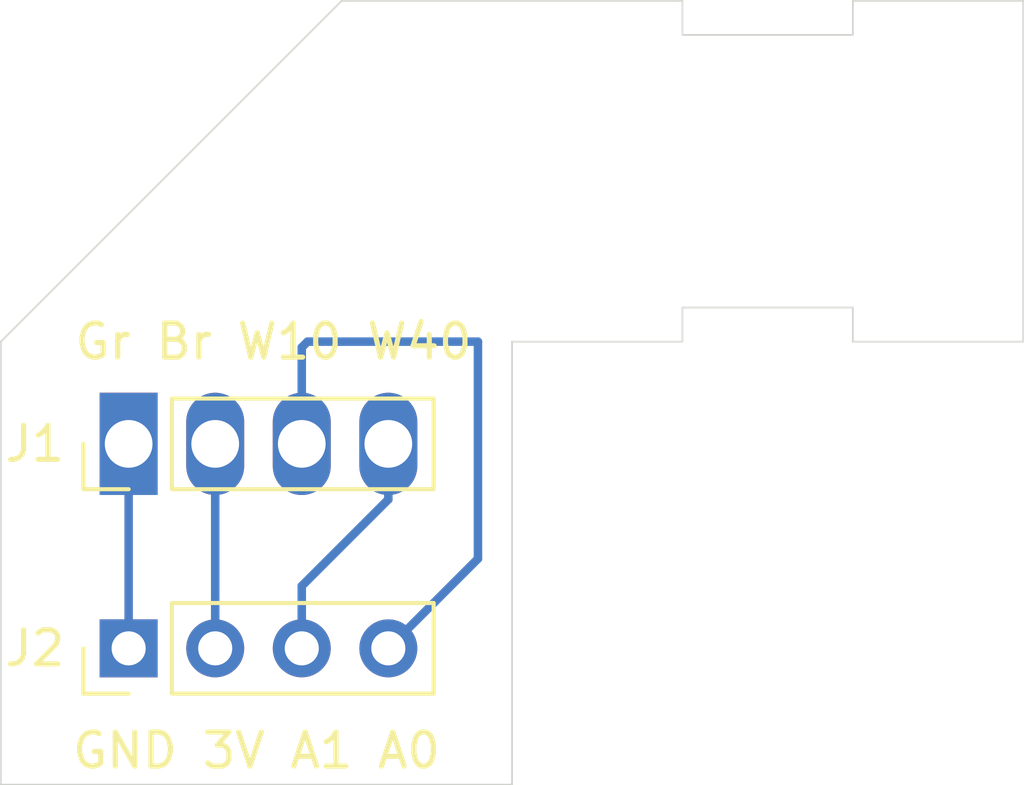
<source format=kicad_pcb>
(kicad_pcb (version 20171130) (host pcbnew 5.1.12-84ad8e8a86~92~ubuntu18.04.1)

  (general
    (thickness 1.6)
    (drawings 17)
    (tracks 10)
    (zones 0)
    (modules 2)
    (nets 5)
  )

  (page A4)
  (layers
    (0 F.Cu signal)
    (31 B.Cu signal)
    (32 B.Adhes user)
    (33 F.Adhes user)
    (34 B.Paste user)
    (35 F.Paste user)
    (36 B.SilkS user)
    (37 F.SilkS user)
    (38 B.Mask user)
    (39 F.Mask user)
    (40 Dwgs.User user)
    (41 Cmts.User user)
    (42 Eco1.User user)
    (43 Eco2.User user)
    (44 Edge.Cuts user)
    (45 Margin user)
    (46 B.CrtYd user)
    (47 F.CrtYd user)
    (48 B.Fab user)
    (49 F.Fab user)
  )

  (setup
    (last_trace_width 0.25)
    (trace_clearance 0.2)
    (zone_clearance 0.508)
    (zone_45_only no)
    (trace_min 0.2)
    (via_size 0.8)
    (via_drill 0.4)
    (via_min_size 0.4)
    (via_min_drill 0.3)
    (uvia_size 0.3)
    (uvia_drill 0.1)
    (uvias_allowed no)
    (uvia_min_size 0.2)
    (uvia_min_drill 0.1)
    (edge_width 0.05)
    (segment_width 0.2)
    (pcb_text_width 0.3)
    (pcb_text_size 1.5 1.5)
    (mod_edge_width 0.12)
    (mod_text_size 1 1)
    (mod_text_width 0.15)
    (pad_size 3 1.7)
    (pad_drill 1.4)
    (pad_to_mask_clearance 0)
    (aux_axis_origin 0 0)
    (visible_elements FFFFFF7F)
    (pcbplotparams
      (layerselection 0x010fc_ffffffff)
      (usegerberextensions false)
      (usegerberattributes true)
      (usegerberadvancedattributes true)
      (creategerberjobfile true)
      (excludeedgelayer true)
      (linewidth 0.100000)
      (plotframeref false)
      (viasonmask false)
      (mode 1)
      (useauxorigin false)
      (hpglpennumber 1)
      (hpglpenspeed 20)
      (hpglpendiameter 15.000000)
      (psnegative false)
      (psa4output false)
      (plotreference true)
      (plotvalue true)
      (plotinvisibletext false)
      (padsonsilk false)
      (subtractmaskfromsilk false)
      (outputformat 1)
      (mirror false)
      (drillshape 1)
      (scaleselection 1)
      (outputdirectory ""))
  )

  (net 0 "")
  (net 1 "Net-(J1-Pad4)")
  (net 2 "Net-(J1-Pad3)")
  (net 3 "Net-(J1-Pad2)")
  (net 4 "Net-(J1-Pad1)")

  (net_class Default "This is the default net class."
    (clearance 0.2)
    (trace_width 0.25)
    (via_dia 0.8)
    (via_drill 0.4)
    (uvia_dia 0.3)
    (uvia_drill 0.1)
    (add_net "Net-(J1-Pad1)")
    (add_net "Net-(J1-Pad2)")
    (add_net "Net-(J1-Pad3)")
    (add_net "Net-(J1-Pad4)")
  )

  (module Connector_PinHeader_2.54mm:PinHeader_1x04_P2.54mm_Vertical (layer F.Cu) (tedit 627A6FEE) (tstamp 62225CFB)
    (at 103.75 105 90)
    (descr "Through hole straight pin header, 1x04, 2.54mm pitch, single row")
    (tags "Through hole pin header THT 1x04 2.54mm single row")
    (path /62220E8D)
    (fp_text reference J1 (at 0 -2.75 180) (layer F.SilkS)
      (effects (font (size 1 1) (thickness 0.15)))
    )
    (fp_text value Conn_01x04 (at 0 17.25 180) (layer F.Fab)
      (effects (font (size 1 1) (thickness 0.15)))
    )
    (fp_line (start 1.8 -1.8) (end -1.8 -1.8) (layer F.CrtYd) (width 0.05))
    (fp_line (start 1.8 9.4) (end 1.8 -1.8) (layer F.CrtYd) (width 0.05))
    (fp_line (start -1.8 9.4) (end 1.8 9.4) (layer F.CrtYd) (width 0.05))
    (fp_line (start -1.8 -1.8) (end -1.8 9.4) (layer F.CrtYd) (width 0.05))
    (fp_line (start -1.33 -1.33) (end 0 -1.33) (layer F.SilkS) (width 0.12))
    (fp_line (start -1.33 0) (end -1.33 -1.33) (layer F.SilkS) (width 0.12))
    (fp_line (start -1.33 1.27) (end 1.33 1.27) (layer F.SilkS) (width 0.12))
    (fp_line (start 1.33 1.27) (end 1.33 8.95) (layer F.SilkS) (width 0.12))
    (fp_line (start -1.33 1.27) (end -1.33 8.95) (layer F.SilkS) (width 0.12))
    (fp_line (start -1.33 8.95) (end 1.33 8.95) (layer F.SilkS) (width 0.12))
    (fp_line (start -1.27 -0.635) (end -0.635 -1.27) (layer F.Fab) (width 0.1))
    (fp_line (start -1.27 8.89) (end -1.27 -0.635) (layer F.Fab) (width 0.1))
    (fp_line (start 1.27 8.89) (end -1.27 8.89) (layer F.Fab) (width 0.1))
    (fp_line (start 1.27 -1.27) (end 1.27 8.89) (layer F.Fab) (width 0.1))
    (fp_line (start -0.635 -1.27) (end 1.27 -1.27) (layer F.Fab) (width 0.1))
    (fp_text user %R (at 0 3.81) (layer F.Fab)
      (effects (font (size 1 1) (thickness 0.15)))
    )
    (pad 4 thru_hole oval (at 0 7.62 90) (size 3 1.7) (drill 1.4) (layers *.Cu *.Mask)
      (net 1 "Net-(J1-Pad4)"))
    (pad 3 thru_hole oval (at 0 5.08 90) (size 3 1.7) (drill 1.4) (layers *.Cu *.Mask)
      (net 2 "Net-(J1-Pad3)"))
    (pad 2 thru_hole oval (at 0 2.54 90) (size 3 1.7) (drill 1.4) (layers *.Cu *.Mask)
      (net 3 "Net-(J1-Pad2)"))
    (pad 1 thru_hole rect (at 0 0 90) (size 3 1.7) (drill 1.4) (layers *.Cu *.Mask)
      (net 4 "Net-(J1-Pad1)"))
    (model ${KISYS3DMOD}/Connector_PinHeader_2.54mm.3dshapes/PinHeader_1x04_P2.54mm_Vertical.wrl
      (at (xyz 0 0 0))
      (scale (xyz 1 1 1))
      (rotate (xyz 0 0 0))
    )
  )

  (module Connector_PinHeader_2.54mm:PinHeader_1x04_P2.54mm_Vertical (layer F.Cu) (tedit 59FED5CC) (tstamp 62225D13)
    (at 103.75 111 90)
    (descr "Through hole straight pin header, 1x04, 2.54mm pitch, single row")
    (tags "Through hole pin header THT 1x04 2.54mm single row")
    (path /6222138E)
    (fp_text reference J2 (at 0 -2.75 180) (layer F.SilkS)
      (effects (font (size 1 1) (thickness 0.15)))
    )
    (fp_text value Conn_01x04 (at 0 17.25 180) (layer F.Fab)
      (effects (font (size 1 1) (thickness 0.15)))
    )
    (fp_line (start 1.8 -1.8) (end -1.8 -1.8) (layer F.CrtYd) (width 0.05))
    (fp_line (start 1.8 9.4) (end 1.8 -1.8) (layer F.CrtYd) (width 0.05))
    (fp_line (start -1.8 9.4) (end 1.8 9.4) (layer F.CrtYd) (width 0.05))
    (fp_line (start -1.8 -1.8) (end -1.8 9.4) (layer F.CrtYd) (width 0.05))
    (fp_line (start -1.33 -1.33) (end 0 -1.33) (layer F.SilkS) (width 0.12))
    (fp_line (start -1.33 0) (end -1.33 -1.33) (layer F.SilkS) (width 0.12))
    (fp_line (start -1.33 1.27) (end 1.33 1.27) (layer F.SilkS) (width 0.12))
    (fp_line (start 1.33 1.27) (end 1.33 8.95) (layer F.SilkS) (width 0.12))
    (fp_line (start -1.33 1.27) (end -1.33 8.95) (layer F.SilkS) (width 0.12))
    (fp_line (start -1.33 8.95) (end 1.33 8.95) (layer F.SilkS) (width 0.12))
    (fp_line (start -1.27 -0.635) (end -0.635 -1.27) (layer F.Fab) (width 0.1))
    (fp_line (start -1.27 8.89) (end -1.27 -0.635) (layer F.Fab) (width 0.1))
    (fp_line (start 1.27 8.89) (end -1.27 8.89) (layer F.Fab) (width 0.1))
    (fp_line (start 1.27 -1.27) (end 1.27 8.89) (layer F.Fab) (width 0.1))
    (fp_line (start -0.635 -1.27) (end 1.27 -1.27) (layer F.Fab) (width 0.1))
    (fp_text user %R (at 0 3.81) (layer F.Fab)
      (effects (font (size 1 1) (thickness 0.15)))
    )
    (pad 4 thru_hole oval (at 0 7.62 90) (size 1.7 1.7) (drill 1) (layers *.Cu *.Mask)
      (net 2 "Net-(J1-Pad3)"))
    (pad 3 thru_hole oval (at 0 5.08 90) (size 1.7 1.7) (drill 1) (layers *.Cu *.Mask)
      (net 1 "Net-(J1-Pad4)"))
    (pad 2 thru_hole oval (at 0 2.54 90) (size 1.7 1.7) (drill 1) (layers *.Cu *.Mask)
      (net 3 "Net-(J1-Pad2)"))
    (pad 1 thru_hole rect (at 0 0 90) (size 1.7 1.7) (drill 1) (layers *.Cu *.Mask)
      (net 4 "Net-(J1-Pad1)"))
    (model ${KISYS3DMOD}/Connector_PinHeader_2.54mm.3dshapes/PinHeader_1x04_P2.54mm_Vertical.wrl
      (at (xyz 0 0 0))
      (scale (xyz 1 1 1))
      (rotate (xyz 0 0 0))
    )
  )

  (gr_line (start 125 92) (end 130 92) (layer Edge.Cuts) (width 0.05) (tstamp 622265F7))
  (gr_line (start 125 93) (end 125 92) (layer Edge.Cuts) (width 0.05))
  (gr_line (start 120 101) (end 120 102) (layer Edge.Cuts) (width 0.05) (tstamp 622265E7))
  (gr_line (start 125 101) (end 120 101) (layer Edge.Cuts) (width 0.05))
  (gr_line (start 125 102) (end 125 101) (layer Edge.Cuts) (width 0.05))
  (gr_line (start 130 102) (end 125 102) (layer Edge.Cuts) (width 0.05))
  (gr_line (start 130 92) (end 130 102) (layer Edge.Cuts) (width 0.05))
  (gr_line (start 120 93) (end 125 93) (layer Edge.Cuts) (width 0.05))
  (gr_line (start 120 92) (end 120 93) (layer Edge.Cuts) (width 0.05))
  (gr_line (start 115 102) (end 120 102) (layer Edge.Cuts) (width 0.05) (tstamp 622265D5))
  (gr_line (start 110 92) (end 120 92) (layer Edge.Cuts) (width 0.05))
  (gr_line (start 100 102) (end 110 92) (layer Edge.Cuts) (width 0.05))
  (gr_text "GND 3V A1 A0" (at 107.5 114) (layer F.SilkS)
    (effects (font (size 1 1) (thickness 0.15)))
  )
  (gr_text "Gr Br W10 W40" (at 108 102) (layer F.SilkS) (tstamp 6222645C)
    (effects (font (size 1 1) (thickness 0.15)))
  )
  (gr_line (start 100 115) (end 115 115) (layer Edge.Cuts) (width 0.05) (tstamp 6222607E))
  (gr_line (start 115 102) (end 115 115) (layer Edge.Cuts) (width 0.05))
  (gr_line (start 100 102) (end 100 115) (layer Edge.Cuts) (width 0.05))

  (segment (start 111.37 106.63) (end 111.37 105) (width 0.25) (layer B.Cu) (net 1))
  (segment (start 108.83 109.17) (end 111.37 106.63) (width 0.25) (layer B.Cu) (net 1))
  (segment (start 108.83 111) (end 108.83 109.17) (width 0.25) (layer B.Cu) (net 1))
  (segment (start 108.83 105) (end 108.83 102.17) (width 0.25) (layer B.Cu) (net 2))
  (segment (start 111.37 111) (end 114 108.37) (width 0.25) (layer B.Cu) (net 2))
  (segment (start 114 108.37) (end 114 102) (width 0.25) (layer B.Cu) (net 2))
  (segment (start 109 102) (end 108.83 102.17) (width 0.25) (layer B.Cu) (net 2))
  (segment (start 114 102) (end 109 102) (width 0.25) (layer B.Cu) (net 2))
  (segment (start 106.29 105) (end 106.29 111) (width 0.25) (layer B.Cu) (net 3))
  (segment (start 103.75 111) (end 103.75 105) (width 0.25) (layer B.Cu) (net 4))

)

</source>
